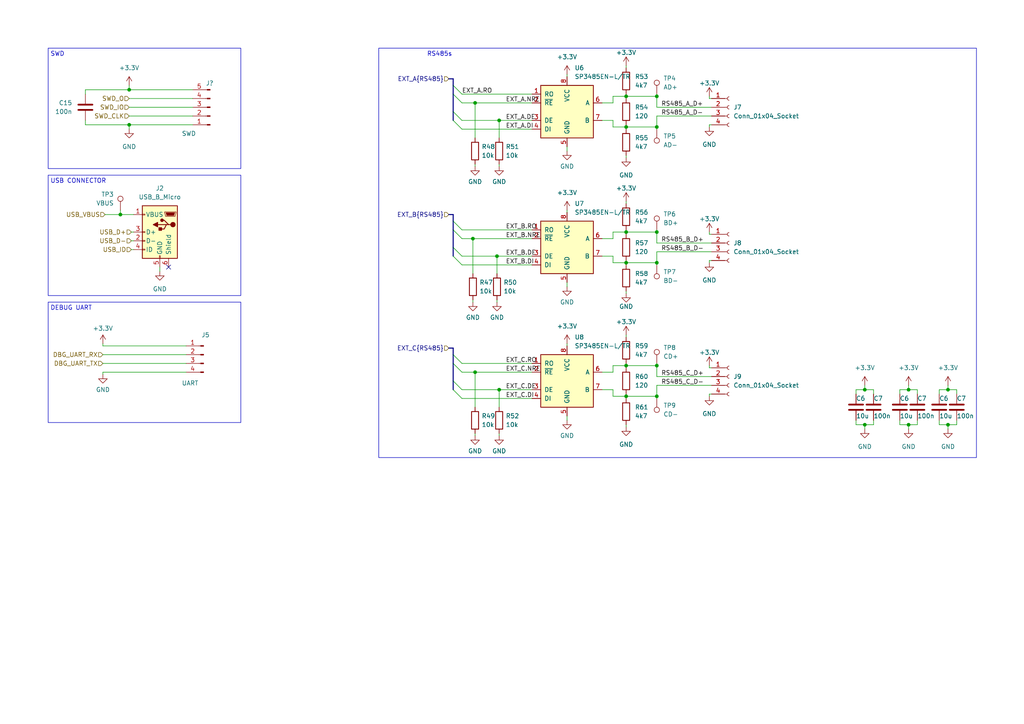
<source format=kicad_sch>
(kicad_sch (version 20230121) (generator eeschema)
  (paper "A4")
  (title_block (title "SBC Communications") (date "2023-10-30"))
  (lib_symbols
    (symbol "Connector:Conn_01x04_Pin" (pin_names (offset 1.016) hide)
      (property "Reference" "J" (at 0 5.08 0))
      (property "Value" "Conn_01x04_Pin" (at 0 -7.62 0))
      (symbol "Conn_01x04_Pin_1_1"
        (polyline (pts (xy 1.27 -5.08) (xy 0.8636 -5.08)) (stroke (width 0.1524)))
        (polyline (pts (xy 1.27 -2.54) (xy 0.8636 -2.54)) (stroke (width 0.1524)))
        (polyline (pts (xy 1.27 0) (xy 0.8636 0)) (stroke (width 0.1524)))
        (polyline (pts (xy 1.27 2.54) (xy 0.8636 2.54)) (stroke (width 0.1524)))
        (rectangle (start 0.8636 -4.953) (end 0 -5.207) (stroke (width 0.1524)) (fill (type outline)))
        (rectangle (start 0.8636 -2.413) (end 0 -2.667) (stroke (width 0.1524)) (fill (type outline)))
        (rectangle (start 0.8636 0.127) (end 0 -0.127) (stroke (width 0.1524)) (fill (type outline)))
        (rectangle (start 0.8636 2.667) (end 0 2.413) (stroke (width 0.1524)) (fill (type outline)))
        (pin passive line (at 5.08 2.54 180) (length 3.81) (name "Pin_1") (number "1"))
        (pin passive line (at 5.08 0 180) (length 3.81) (name "Pin_2") (number "2"))
        (pin passive line (at 5.08 -2.54 180) (length 3.81) (name "Pin_3") (number "3"))
        (pin passive line (at 5.08 -5.08 180) (length 3.81) (name "Pin_4") (number "4"))
      )
    )
    (symbol "Connector:Conn_01x04_Socket" (pin_names (offset 1.016) hide)
      (property "Reference" "J" (at 0 5.08 0))
      (property "Value" "Conn_01x04_Socket" (at 0 -7.62 0))
      (symbol "Conn_01x04_Socket_1_1"
        (arc (start 0 -4.572) (mid -0.5058 -5.08) (end 0 -5.588) (stroke (width 0.1524)))
        (arc (start 0 -2.032) (mid -0.5058 -2.54) (end 0 -3.048) (stroke (width 0.1524)))
        (polyline (pts (xy -1.27 -5.08) (xy -0.508 -5.08)) (stroke (width 0.1524)))
        (polyline (pts (xy -1.27 -2.54) (xy -0.508 -2.54)) (stroke (width 0.1524)))
        (polyline (pts (xy -1.27 0) (xy -0.508 0)) (stroke (width 0.1524)))
        (polyline (pts (xy -1.27 2.54) (xy -0.508 2.54)) (stroke (width 0.1524)))
        (arc (start 0 0.508) (mid -0.5058 0) (end 0 -0.508) (stroke (width 0.1524)))
        (arc (start 0 3.048) (mid -0.5058 2.54) (end 0 2.032) (stroke (width 0.1524)))
        (pin passive line (at -5.08 2.54 0) (length 3.81) (name "Pin_1") (number "1"))
        (pin passive line (at -5.08 0 0) (length 3.81) (name "Pin_2") (number "2"))
        (pin passive line (at -5.08 -2.54 0) (length 3.81) (name "Pin_3") (number "3"))
        (pin passive line (at -5.08 -5.08 0) (length 3.81) (name "Pin_4") (number "4"))
      )
    )
    (symbol "Connector:Conn_01x05_Pin" (pin_names (offset 1.016) hide)
      (property "Reference" "J" (at 0 7.62 0))
      (property "Value" "Conn_01x05_Pin" (at 0 -7.62 0))
      (symbol "Conn_01x05_Pin_1_1"
        (polyline (pts (xy 1.27 -5.08) (xy 0.8636 -5.08)) (stroke (width 0.1524)))
        (polyline (pts (xy 1.27 -2.54) (xy 0.8636 -2.54)) (stroke (width 0.1524)))
        (polyline (pts (xy 1.27 0) (xy 0.8636 0)) (stroke (width 0.1524)))
        (polyline (pts (xy 1.27 2.54) (xy 0.8636 2.54)) (stroke (width 0.1524)))
        (polyline (pts (xy 1.27 5.08) (xy 0.8636 5.08)) (stroke (width 0.1524)))
        (rectangle (start 0.8636 -4.953) (end 0 -5.207) (stroke (width 0.1524)) (fill (type outline)))
        (rectangle (start 0.8636 -2.413) (end 0 -2.667) (stroke (width 0.1524)) (fill (type outline)))
        (rectangle (start 0.8636 0.127) (end 0 -0.127) (stroke (width 0.1524)) (fill (type outline)))
        (rectangle (start 0.8636 2.667) (end 0 2.413) (stroke (width 0.1524)) (fill (type outline)))
        (rectangle (start 0.8636 5.207) (end 0 4.953) (stroke (width 0.1524)) (fill (type outline)))
        (pin passive line (at 5.08 5.08 180) (length 3.81) (name "Pin_1") (number "1"))
        (pin passive line (at 5.08 2.54 180) (length 3.81) (name "Pin_2") (number "2"))
        (pin passive line (at 5.08 0 180) (length 3.81) (name "Pin_3") (number "3"))
        (pin passive line (at 5.08 -2.54 180) (length 3.81) (name "Pin_4") (number "4"))
        (pin passive line (at 5.08 -5.08 180) (length 3.81) (name "Pin_5") (number "5"))
      )
    )
    (symbol "Connector:TestPoint" (pin_numbers hide) (pin_names (offset 0.762) hide)
      (property "Reference" "TP" (at 0 6.858 0))
      (property "Value" "TestPoint" (at 0 5.08 0))
      (symbol "TestPoint_0_1"
        (circle (center 0 3.302) (radius 0.762))
      )
      (symbol "TestPoint_1_1"
        (pin passive line (at 0 0 90) (length 2.54) (name "1") (number "1"))
      )
    )
    (symbol "Connector:USB_B_Micro" (pin_names (offset 1.016))
      (property "Reference" "J" (at -5.08 11.43 0))
      (property "Value" "USB_B_Micro" (at -5.08 8.89 0))
      (symbol "USB_B_Micro_0_1"
        (rectangle (start -5.08 -7.62) (end 5.08 7.62) (stroke (width 0.254)) (fill (type background)))
        (circle (center -3.81 2.159) (radius 0.635) (stroke (width 0.254)) (fill (type outline)))
        (circle (center -0.635 3.429) (radius 0.381) (stroke (width 0.254)) (fill (type outline)))
        (rectangle (start -0.127 -7.62) (end 0.127 -6.858))
        (polyline (pts (xy -1.905 2.159) (xy 0.635 2.159)) (stroke (width 0.254)))
        (polyline (pts (xy -3.175 2.159) (xy -2.54 2.159) (xy -1.27 3.429) (xy -0.635 3.429)) (stroke (width 0.254)))
        (polyline (pts (xy -2.54 2.159) (xy -1.905 2.159) (xy -1.27 0.889) (xy 0 0.889)) (stroke (width 0.254)))
        (polyline (pts (xy 0.635 2.794) (xy 0.635 1.524) (xy 1.905 2.159) (xy 0.635 2.794)) (stroke (width 0.254)) (fill (type outline)))
        (polyline (pts (xy -4.318 5.588) (xy -1.778 5.588) (xy -2.032 4.826) (xy -4.064 4.826) (xy -4.318 5.588)) (fill (type outline)))
        (polyline (pts (xy -4.699 5.842) (xy -4.699 5.588) (xy -4.445 4.826) (xy -4.445 4.572) (xy -1.651 4.572) (xy -1.651 4.826) (xy -1.397 5.588) (xy -1.397 5.842) (xy -4.699 5.842)))
        (rectangle (start 0.254 1.27) (end -0.508 0.508) (stroke (width 0.254)) (fill (type outline)))
        (rectangle (start 5.08 -5.207) (end 4.318 -4.953))
        (rectangle (start 5.08 -2.667) (end 4.318 -2.413))
        (rectangle (start 5.08 -0.127) (end 4.318 0.127))
        (rectangle (start 5.08 4.953) (end 4.318 5.207))
      )
      (symbol "USB_B_Micro_1_1"
        (pin power_out line (at 7.62 5.08 180) (length 2.54) (name "VBUS") (number "1"))
        (pin bidirectional line (at 7.62 -2.54 180) (length 2.54) (name "D-") (number "2"))
        (pin bidirectional line (at 7.62 0 180) (length 2.54) (name "D+") (number "3"))
        (pin passive line (at 7.62 -5.08 180) (length 2.54) (name "ID") (number "4"))
        (pin power_out line (at 0 -10.16 90) (length 2.54) (name "GND") (number "5"))
        (pin passive line (at -2.54 -10.16 90) (length 2.54) (name "Shield") (number "6"))
      )
    )
    (symbol "Device:C" (pin_numbers hide) (pin_names (offset 0.254))
      (property "Reference" "C" (at 0.635 2.54 0))
      (property "Value" "C" (at 0.635 -2.54 0))
      (symbol "C_0_1"
        (polyline (pts (xy -2.032 -0.762) (xy 2.032 -0.762)) (stroke (width 0.508)))
        (polyline (pts (xy -2.032 0.762) (xy 2.032 0.762)) (stroke (width 0.508)))
      )
      (symbol "C_1_1"
        (pin passive line (at 0 3.81 270) (length 2.794) (name "~") (number "1"))
        (pin passive line (at 0 -3.81 90) (length 2.794) (name "~") (number "2"))
      )
    )
    (symbol "Device:R" (pin_numbers hide) (pin_names (offset 0))
      (property "Reference" "R" (at 2.032 0 90))
      (property "Value" "R" (at 0 0 90))
      (symbol "R_0_1"
        (rectangle (start -1.016 -2.54) (end 1.016 2.54) (stroke (width 0.254)))
      )
      (symbol "R_1_1"
        (pin passive line (at 0 3.81 270) (length 1.27) (name "~") (number "1"))
        (pin passive line (at 0 -3.81 90) (length 1.27) (name "~") (number "2"))
      )
    )
    (symbol "Interface_UART:SP3485EN" (pin_names (offset 1.016))
      (property "Reference" "U" (at -7.62 8.89 0))
      (property "Value" "SP3485EN" (at 2.54 8.89 0))
      (symbol "SP3485EN_0_1"
        (rectangle (start -7.62 7.62) (end 7.62 -7.62) (stroke (width 0.254)) (fill (type background)))
      )
      (symbol "SP3485EN_1_1"
        (pin output line (at -10.16 5.08 0) (length 2.54) (name "RO") (number "1"))
        (pin input line (at -10.16 2.54 0) (length 2.54) (name "~{RE}") (number "2"))
        (pin input line (at -10.16 -2.54 0) (length 2.54) (name "DE") (number "3"))
        (pin input line (at -10.16 -5.08 0) (length 2.54) (name "DI") (number "4"))
        (pin power_in line (at 0 -10.16 90) (length 2.54) (name "GND") (number "5"))
        (pin bidirectional line (at 10.16 2.54 180) (length 2.54) (name "A") (number "6"))
        (pin bidirectional line (at 10.16 -2.54 180) (length 2.54) (name "B") (number "7"))
        (pin power_in line (at 0 10.16 270) (length 2.54) (name "VCC") (number "8"))
      )
    )
    (symbol "power:+3.3V" (power) (pin_names (offset 0))
      (property "Value" "+3.3V" (at 0 3.556 0))
      (symbol "+3.3V_0_1"
        (polyline (pts (xy -0.762 1.27) (xy 0 2.54)))
        (polyline (pts (xy 0 0) (xy 0 2.54)))
        (polyline (pts (xy 0 2.54) (xy 0.762 1.27)))
      )
      (symbol "+3.3V_1_1"
        (pin power_in line (at 0 0 90) (length 0) hide (name "+3.3V") (number "1"))
      )
    )
    (symbol "power:GND" (power) (pin_names (offset 0))
      (property "Value" "GND" (at 0 -3.81 0))
      (symbol "GND_0_1"
        (polyline (pts (xy 0 0) (xy 0 -1.27) (xy 1.27 -1.27) (xy 0 -2.54) (xy -1.27 -1.27) (xy 0 -1.27)))
      )
      (symbol "GND_1_1"
        (pin power_in line (at 0 0 270) (length 0) hide (name "GND") (number "1"))
      )
    )
  )
  (bus_alias "" (members))
  (bus_alias "RS485" (members "NRE" "RO" "DE" "DI"))
  (junction (at 250.825 113.03))
  (junction (at 137.795 29.845))
  (junction (at 190.5 106.045))
  (junction (at 190.5 67.31))
  (junction (at 144.78 34.925))
  (junction (at 144.78 113.03))
  (junction (at 263.525 113.03))
  (junction (at 37.465 36.195))
  (junction (at 181.61 36.83))
  (junction (at 181.61 114.935))
  (junction (at 190.5 27.94))
  (junction (at 250.825 123.19))
  (junction (at 190.5 76.2))
  (junction (at 190.5 36.83))
  (junction (at 274.955 113.03))
  (junction (at 181.61 106.045))
  (junction (at 263.525 123.19))
  (junction (at 181.61 27.94))
  (junction (at 37.465 26.035))
  (junction (at 144.145 74.295))
  (junction (at 181.61 76.2))
  (junction (at 190.5 114.935))
  (junction (at 137.16 69.215))
  (junction (at 137.795 107.95))
  (junction (at 34.925 62.23))
  (junction (at 181.61 67.31))
  (junction (at 274.955 123.19))
  (no_connect (at 48.895 77.47))
  (bus_entry (at 131.445 24.765) (size 2.54 2.54))
  (bus_entry (at 131.445 64.135) (size 2.54 2.54))
  (bus_entry (at 131.445 32.385) (size 2.54 2.54))
  (bus_entry (at 131.445 66.675) (size 2.54 2.54))
  (bus_entry (at 131.445 102.87) (size 2.54 2.54))
  (bus_entry (at 131.445 34.925) (size 2.54 2.54))
  (bus_entry (at 131.445 27.305) (size 2.54 2.54))
  (bus_entry (at 131.445 105.41) (size 2.54 2.54))
  (bus_entry (at 131.445 74.295) (size 2.54 2.54))
  (bus_entry (at 131.445 71.755) (size 2.54 2.54))
  (bus_entry (at 131.445 110.49) (size 2.54 2.54))
  (bus_entry (at 131.445 113.03) (size 2.54 2.54))
  (wire (pts (xy 133.985 113.03) (xy 144.78 113.03)))
  (wire (pts (xy 133.985 37.465) (xy 154.305 37.465)))
  (wire (pts (xy 181.61 114.935) (xy 181.61 115.57)))
  (wire (pts (xy 190.5 109.22) (xy 206.375 109.22)))
  (wire (pts (xy 177.8 113.03) (xy 177.8 114.935)))
  (wire (pts (xy 274.955 111.76) (xy 274.955 113.03)))
  (wire (pts (xy 133.985 34.925) (xy 144.78 34.925)))
  (wire (pts (xy 205.74 106.68) (xy 206.375 106.68)))
  (wire (pts (xy 29.845 105.41) (xy 53.975 105.41)))
  (wire (pts (xy 38.1 69.85) (xy 38.735 69.85)))
  (wire (pts (xy 260.985 123.19) (xy 263.525 123.19)))
  (wire (pts (xy 37.465 28.575) (xy 55.88 28.575)))
  (wire (pts (xy 190.5 114.935) (xy 190.5 111.76)))
  (wire (pts (xy 144.145 74.295) (xy 154.305 74.295)))
  (wire (pts (xy 181.61 67.31) (xy 190.5 67.31)))
  (bus (pts (xy 131.445 100.965) (xy 131.445 102.87)))
  (wire (pts (xy 277.495 113.03) (xy 277.495 114.3)))
  (wire (pts (xy 37.465 31.115) (xy 55.88 31.115)))
  (wire (pts (xy 174.625 29.845) (xy 177.8 29.845)))
  (wire (pts (xy 24.765 34.925) (xy 24.765 36.195)))
  (wire (pts (xy 205.74 67.945) (xy 206.375 67.945)))
  (bus (pts (xy 131.445 32.385) (xy 131.445 34.925)))
  (wire (pts (xy 250.825 124.46) (xy 250.825 123.19)))
  (wire (pts (xy 137.795 47.625) (xy 137.795 48.26)))
  (wire (pts (xy 29.845 107.95) (xy 53.975 107.95)))
  (bus (pts (xy 131.445 71.755) (xy 131.445 74.295)))
  (wire (pts (xy 205.74 28.575) (xy 206.375 28.575)))
  (wire (pts (xy 181.61 36.83) (xy 181.61 36.195)))
  (bus (pts (xy 131.445 24.765) (xy 131.445 27.305)))
  (wire (pts (xy 190.5 27.305) (xy 190.5 27.94)))
  (wire (pts (xy 37.465 36.195) (xy 24.765 36.195)))
  (bus (pts (xy 130.175 100.965) (xy 131.445 100.965)))
  (wire (pts (xy 181.61 76.2) (xy 190.5 76.2)))
  (wire (pts (xy 137.795 125.73) (xy 137.795 126.365)))
  (wire (pts (xy 133.985 74.295) (xy 144.145 74.295)))
  (wire (pts (xy 272.415 123.19) (xy 274.955 123.19)))
  (wire (pts (xy 29.845 100.33) (xy 29.845 99.695)))
  (wire (pts (xy 181.61 76.2) (xy 181.61 75.565)))
  (wire (pts (xy 205.74 36.83) (xy 205.74 36.195)))
  (wire (pts (xy 263.525 113.03) (xy 266.065 113.03)))
  (wire (pts (xy 274.955 123.19) (xy 277.495 123.19)))
  (wire (pts (xy 144.78 113.03) (xy 144.78 118.11)))
  (wire (pts (xy 133.985 27.305) (xy 154.305 27.305)))
  (wire (pts (xy 137.16 69.215) (xy 154.305 69.215)))
  (wire (pts (xy 164.465 99.695) (xy 164.465 100.33)))
  (wire (pts (xy 274.955 113.03) (xy 277.495 113.03)))
  (wire (pts (xy 133.985 76.835) (xy 154.305 76.835)))
  (bus (pts (xy 130.175 22.86) (xy 131.445 22.86)))
  (wire (pts (xy 181.61 67.31) (xy 181.61 67.945)))
  (wire (pts (xy 181.61 66.675) (xy 181.61 67.31)))
  (wire (pts (xy 181.61 106.045) (xy 181.61 106.68)))
  (wire (pts (xy 253.365 123.19) (xy 253.365 121.92)))
  (wire (pts (xy 205.74 67.31) (xy 205.74 67.945)))
  (wire (pts (xy 37.465 36.195) (xy 55.88 36.195)))
  (bus (pts (xy 131.445 102.87) (xy 131.445 105.41)))
  (wire (pts (xy 181.61 105.41) (xy 181.61 106.045)))
  (wire (pts (xy 260.985 114.3) (xy 260.985 113.03)))
  (wire (pts (xy 174.625 74.295) (xy 177.8 74.295)))
  (wire (pts (xy 205.74 106.045) (xy 205.74 106.68)))
  (wire (pts (xy 177.8 107.95) (xy 177.8 106.045)))
  (wire (pts (xy 177.8 29.845) (xy 177.8 27.94)))
  (wire (pts (xy 46.355 77.47) (xy 46.355 78.74)))
  (wire (pts (xy 205.74 76.2) (xy 205.74 75.565)))
  (bus (pts (xy 130.175 62.23) (xy 131.445 62.23)))
  (wire (pts (xy 29.845 100.33) (xy 53.975 100.33)))
  (wire (pts (xy 181.61 58.42) (xy 181.61 59.055)))
  (wire (pts (xy 133.985 66.675) (xy 154.305 66.675)))
  (wire (pts (xy 205.74 75.565) (xy 206.375 75.565)))
  (wire (pts (xy 137.16 86.995) (xy 137.16 87.63)))
  (wire (pts (xy 133.985 107.95) (xy 137.795 107.95)))
  (wire (pts (xy 190.5 73.025) (xy 206.375 73.025)))
  (wire (pts (xy 181.61 76.2) (xy 181.61 76.835)))
  (bus (pts (xy 131.445 27.305) (xy 131.445 32.385)))
  (wire (pts (xy 164.465 60.96) (xy 164.465 61.595)))
  (wire (pts (xy 137.795 29.845) (xy 137.795 40.005)))
  (wire (pts (xy 263.525 123.19) (xy 266.065 123.19)))
  (wire (pts (xy 133.985 115.57) (xy 154.305 115.57)))
  (wire (pts (xy 177.8 114.935) (xy 181.61 114.935)))
  (wire (pts (xy 181.61 114.935) (xy 181.61 114.3)))
  (wire (pts (xy 144.145 74.295) (xy 144.145 79.375)))
  (wire (pts (xy 137.795 29.845) (xy 154.305 29.845)))
  (wire (pts (xy 144.78 125.73) (xy 144.78 126.365)))
  (wire (pts (xy 34.925 62.23) (xy 38.735 62.23)))
  (wire (pts (xy 164.465 81.915) (xy 164.465 83.185)))
  (bus (pts (xy 131.445 64.135) (xy 131.445 66.675)))
  (wire (pts (xy 164.465 21.59) (xy 164.465 22.225)))
  (wire (pts (xy 144.78 47.625) (xy 144.78 48.26)))
  (wire (pts (xy 266.065 123.19) (xy 266.065 121.92)))
  (wire (pts (xy 250.825 123.19) (xy 253.365 123.19)))
  (wire (pts (xy 190.5 106.045) (xy 190.5 109.22)))
  (wire (pts (xy 190.5 67.31) (xy 190.5 70.485)))
  (bus (pts (xy 131.445 62.23) (xy 131.445 64.135)))
  (wire (pts (xy 181.61 114.935) (xy 190.5 114.935)))
  (wire (pts (xy 177.8 69.215) (xy 177.8 67.31)))
  (bus (pts (xy 131.445 105.41) (xy 131.445 110.49)))
  (wire (pts (xy 133.985 69.215) (xy 137.16 69.215)))
  (wire (pts (xy 174.625 69.215) (xy 177.8 69.215)))
  (wire (pts (xy 190.5 76.2) (xy 190.5 73.025)))
  (wire (pts (xy 250.825 111.76) (xy 250.825 113.03)))
  (wire (pts (xy 29.845 107.95) (xy 29.845 108.585)))
  (wire (pts (xy 190.5 105.41) (xy 190.5 106.045)))
  (wire (pts (xy 248.285 114.3) (xy 248.285 113.03)))
  (wire (pts (xy 181.61 106.045) (xy 190.5 106.045)))
  (wire (pts (xy 38.1 67.31) (xy 38.735 67.31)))
  (wire (pts (xy 144.78 34.925) (xy 144.78 40.005)))
  (wire (pts (xy 181.61 36.83) (xy 190.5 36.83)))
  (wire (pts (xy 137.16 69.215) (xy 137.16 79.375)))
  (bus (pts (xy 131.445 66.675) (xy 131.445 71.755)))
  (wire (pts (xy 181.61 84.455) (xy 181.61 85.09)))
  (wire (pts (xy 248.285 121.92) (xy 248.285 123.19)))
  (wire (pts (xy 190.5 114.935) (xy 190.5 115.57)))
  (wire (pts (xy 24.765 26.035) (xy 37.465 26.035)))
  (wire (pts (xy 263.525 111.76) (xy 263.525 113.03)))
  (wire (pts (xy 181.61 27.94) (xy 181.61 28.575)))
  (wire (pts (xy 174.625 113.03) (xy 177.8 113.03)))
  (wire (pts (xy 248.285 113.03) (xy 250.825 113.03)))
  (wire (pts (xy 260.985 113.03) (xy 263.525 113.03)))
  (wire (pts (xy 277.495 123.19) (xy 277.495 121.92)))
  (wire (pts (xy 181.61 97.155) (xy 181.61 97.79)))
  (bus (pts (xy 131.445 22.86) (xy 131.445 24.765)))
  (wire (pts (xy 133.985 29.845) (xy 137.795 29.845)))
  (wire (pts (xy 164.465 120.65) (xy 164.465 121.92)))
  (wire (pts (xy 177.8 34.925) (xy 177.8 36.83)))
  (wire (pts (xy 29.845 102.87) (xy 53.975 102.87)))
  (wire (pts (xy 38.1 72.39) (xy 38.735 72.39)))
  (wire (pts (xy 177.8 106.045) (xy 181.61 106.045)))
  (wire (pts (xy 205.74 36.195) (xy 206.375 36.195)))
  (wire (pts (xy 37.465 37.465) (xy 37.465 36.195)))
  (wire (pts (xy 190.5 76.2) (xy 190.5 76.835)))
  (wire (pts (xy 272.415 114.3) (xy 272.415 113.03)))
  (wire (pts (xy 177.8 76.2) (xy 181.61 76.2)))
  (wire (pts (xy 30.48 62.23) (xy 34.925 62.23)))
  (wire (pts (xy 181.61 45.085) (xy 181.61 45.72)))
  (wire (pts (xy 205.74 27.94) (xy 205.74 28.575)))
  (wire (pts (xy 205.74 114.3) (xy 206.375 114.3)))
  (bus (pts (xy 131.445 110.49) (xy 131.445 113.03)))
  (wire (pts (xy 205.74 114.935) (xy 205.74 114.3)))
  (wire (pts (xy 34.925 60.96) (xy 34.925 62.23)))
  (wire (pts (xy 181.61 19.05) (xy 181.61 19.685)))
  (wire (pts (xy 177.8 74.295) (xy 177.8 76.2)))
  (wire (pts (xy 274.955 124.46) (xy 274.955 123.19)))
  (wire (pts (xy 37.465 26.035) (xy 37.465 24.765)))
  (wire (pts (xy 137.795 107.95) (xy 137.795 118.11)))
  (wire (pts (xy 190.5 111.76) (xy 206.375 111.76)))
  (wire (pts (xy 190.5 66.675) (xy 190.5 67.31)))
  (wire (pts (xy 181.61 123.19) (xy 181.61 123.825)))
  (wire (pts (xy 55.88 26.035) (xy 37.465 26.035)))
  (wire (pts (xy 260.985 121.92) (xy 260.985 123.19)))
  (wire (pts (xy 190.5 36.83) (xy 190.5 37.465)))
  (wire (pts (xy 144.78 113.03) (xy 154.305 113.03)))
  (wire (pts (xy 272.415 121.92) (xy 272.415 123.19)))
  (wire (pts (xy 144.145 86.995) (xy 144.145 87.63)))
  (wire (pts (xy 181.61 27.94) (xy 190.5 27.94)))
  (wire (pts (xy 177.8 36.83) (xy 181.61 36.83)))
  (wire (pts (xy 248.285 123.19) (xy 250.825 123.19)))
  (wire (pts (xy 37.465 33.655) (xy 55.88 33.655)))
  (wire (pts (xy 190.5 31.115) (xy 206.375 31.115)))
  (wire (pts (xy 266.065 113.03) (xy 266.065 114.3)))
  (wire (pts (xy 190.5 27.94) (xy 190.5 31.115)))
  (wire (pts (xy 181.61 27.305) (xy 181.61 27.94)))
  (wire (pts (xy 253.365 113.03) (xy 253.365 114.3)))
  (wire (pts (xy 177.8 27.94) (xy 181.61 27.94)))
  (wire (pts (xy 137.795 107.95) (xy 154.305 107.95)))
  (wire (pts (xy 133.985 105.41) (xy 154.305 105.41)))
  (wire (pts (xy 164.465 42.545) (xy 164.465 43.815)))
  (wire (pts (xy 190.5 36.83) (xy 190.5 33.655)))
  (wire (pts (xy 181.61 36.83) (xy 181.61 37.465)))
  (wire (pts (xy 24.765 27.305) (xy 24.765 26.035)))
  (wire (pts (xy 250.825 113.03) (xy 253.365 113.03)))
  (wire (pts (xy 144.78 34.925) (xy 154.305 34.925)))
  (wire (pts (xy 272.415 113.03) (xy 274.955 113.03)))
  (wire (pts (xy 190.5 70.485) (xy 206.375 70.485)))
  (wire (pts (xy 177.8 67.31) (xy 181.61 67.31)))
  (wire (pts (xy 174.625 34.925) (xy 177.8 34.925)))
  (wire (pts (xy 174.625 107.95) (xy 177.8 107.95)))
  (wire (pts (xy 190.5 33.655) (xy 206.375 33.655)))
  (wire (pts (xy 263.525 124.46) (xy 263.525 123.19)))
  (rectangle (start 13.97 13.97) (end 69.85 48.895))
  (rectangle (start 13.97 50.8) (end 69.85 85.725))
  (rectangle (start 109.855 13.97) (end 283.21 132.715))
  (rectangle (start 13.97 87.63) (end 69.85 122.555))
  (text "USB CONNECTOR" (at 14.605 53.34 0) (effects (font (size 1.27 1.27)) (justify left bottom)))
  (text "SWD" (at 14.605 16.51 0) (effects (font (size 1.27 1.27)) (justify left bottom)))
  (text "DEBUG UART" (at 14.605 90.17 0) (effects (font (size 1.27 1.27)) (justify left bottom)))
  (text "RS485s" (at 123.825 16.51 0) (effects (font (size 1.27 1.27)) (justify left bottom)))
  (label "RS485_C_D-" (at 191.77 111.76 0))
  (label "RS485_B_D-" (at 191.77 73.025 0))
  (label "EXT_C.DI" (at 146.685 115.57 0))
  (label "EXT_C.NRE" (at 146.685 107.95 0))
  (label "EXT_C.DE" (at 146.685 113.03 0))
  (label "EXT_A.DI" (at 146.685 37.465 0))
  (label "EXT_B.RO" (at 146.685 66.675 0))
  (label "EXT_C.RO" (at 146.685 105.41 0))
  (label "EXT_B.NRE" (at 146.685 69.215 0))
  (label "EXT_B.DE" (at 146.685 74.295 0))
  (label "EXT_A.RO" (at 133.985 27.305 0))
  (label "RS485_A_D-" (at 191.77 33.655 0))
  (label "EXT_A.DE" (at 146.685 34.925 0))
  (label "RS485_A_D+" (at 191.77 31.115 0))
  (label "EXT_A.NRE" (at 146.685 29.845 0))
  (label "EXT_B.DI" (at 146.685 76.835 0))
  (label "RS485_B_D+" (at 191.77 70.485 0))
  (label "RS485_C_D+" (at 191.77 109.22 0))
  (hierarchical_label "EXT_B{RS485}" (shape input) (at 130.175 62.23 180))
  (hierarchical_label "USB_VBUS" (shape input) (at 30.48 62.23 180))
  (hierarchical_label "USB_D-" (shape input) (at 38.1 69.85 180))
  (hierarchical_label "EXT_A{RS485}" (shape input) (at 130.175 22.86 180))
  (hierarchical_label "USB_ID" (shape input) (at 38.1 72.39 180))
  (hierarchical_label "USB_D+" (shape input) (at 38.1 67.31 180))
  (hierarchical_label "DBG_UART_RX" (shape input) (at 29.845 102.87 180))
  (hierarchical_label "SWD_IO" (shape input) (at 37.465 31.115 180))
  (hierarchical_label "EXT_C{RS485}" (shape input) (at 130.175 100.965 180))
  (hierarchical_label "SWD_O" (shape input) (at 37.465 28.575 180))
  (hierarchical_label "DBG_UART_TX" (shape input) (at 29.845 105.41 180))
  (hierarchical_label "SWD_CLK" (shape input) (at 37.465 33.655 180))
  (symbol (lib_id "power:GND") (at 137.795 126.365 0) (unit 1)
    (property "Reference" "#PWR074" (effects hide))
    (property "Value" "GND" (at 137.795 130.81 0))
  )
  (symbol (lib_id "Connector:TestPoint") (at 190.5 115.57 180) (unit 1)
    (property "Reference" "TP9" (at 192.405 117.602 0) (effects (justify right)))
    (property "Value" "CD-" (at 192.405 120.142 0) (effects (justify right)))
    (property "Footprint" "sbc:MyTP" (effects hide))
  )
  (symbol (lib_id "power:+3.3V") (at 181.61 97.155 0) (unit 1)
    (property "Reference" "#PWR088" (effects hide))
    (property "Value" "+3.3V" (at 181.61 93.345 0))
  )
  (symbol (lib_id "power:+3.3V") (at 205.74 106.045 0) (unit 1)
    (property "Reference" "#PWR094" (effects hide))
    (property "Value" "+3.3V" (at 205.74 102.235 0))
  )
  (symbol (lib_id "Connector:TestPoint") (at 190.5 76.835 180) (unit 1)
    (property "Reference" "TP7" (at 192.405 78.867 0) (effects (justify right)))
    (property "Value" "BD-" (at 192.405 81.407 0) (effects (justify right)))
    (property "Footprint" "sbc:MyTP" (effects hide))
  )
  (symbol (lib_id "power:+3.3V") (at 164.465 21.59 0) (unit 1)
    (property "Reference" "#PWR078" (effects hide))
    (property "Value" "+3.3V" (at 164.465 16.51 0))
  )
  (symbol (lib_id "power:GND") (at 205.74 36.83 0) (unit 1)
    (property "Reference" "#PWR091" (effects hide))
    (property "Value" "GND" (at 205.74 41.91 0))
  )
  (symbol (lib_id "power:+3.3V") (at 274.955 111.76 0) (unit 1)
    (property "Reference" "#PWR011" (effects hide))
    (property "Value" "+3.3V" (at 274.955 106.68 0))
    (instances (project "sbc3_pcb" (path "" (reference "#PWR011") (unit 1)) (path "" (reference "#PWR0102") (unit 1)) (path "" (reference "#PWR0100") (unit 1))))
  )
  (symbol (lib_id "Device:C") (at 260.985 118.11 0) (unit 1)
    (property "Reference" "C6" (at 260.985 115.57 0) (effects (justify left)))
    (property "Value" "10u" (at 260.985 120.65 0) (effects (justify left)))
    (property "Footprint" "Capacitor_SMD:C_0603_1608Metric" (effects hide))
    (property "Part Name" "CL10A106MA8NRNC" (effects hide))
    (property "LCSC" "C96446" (effects hide))
    (instances (project "sbc3_pcb" (path "" (reference "C6") (unit 1)) (path "" (reference "C?") (unit 1)) (path "" (reference "C32") (unit 1))))
  )
  (symbol (lib_id "Device:R") (at 137.795 43.815 0) (unit 1)
    (property "Reference" "R48" (at 139.7 42.545 0) (effects (justify left)))
    (property "Value" "10k" (at 139.7 45.085 0) (effects (justify left)))
    (property "Footprint" "Resistor_SMD:R_0402_1005Metric" (effects hide))
    (property "Part Name" "0402WGF1002TCE" (effects hide))
    (property "LCSC" "C25744" (effects hide))
  )
  (symbol (lib_id "Device:R") (at 181.61 110.49 0) (unit 1)
    (property "Reference" "R60" (at 184.15 109.22 0) (effects (justify left)))
    (property "Value" "120" (at 184.15 111.76 0) (effects (justify left)))
    (property "Footprint" "Resistor_SMD:R_1206_3216Metric" (effects hide))
    (property "Part Name" "1206W4F1200T5E" (effects hide))
    (property "LCSC" "C17909" (effects hide))
  )
  (symbol (lib_id "power:GND") (at 164.465 83.185 0) (unit 1)
    (property "Reference" "#PWR081" (effects hide))
    (property "Value" "GND" (at 164.465 87.63 0))
  )
  (symbol (lib_id "power:GND") (at 29.845 108.585 0) (unit 1)
    (property "Reference" "#PWR068" (effects hide))
    (property "Value" "GND" (at 29.845 113.03 0))
  )
  (symbol (lib_id "power:GND") (at 250.825 124.46 0) (unit 1)
    (property "Reference" "#PWR012" (effects hide))
    (property "Value" "GND" (at 250.825 129.54 0))
    (instances (project "sbc3_pcb" (path "" (reference "#PWR012") (unit 1)) (path "" (reference "#PWR0103") (unit 1)) (path "" (reference "#PWR097") (unit 1))))
  )
  (symbol (lib_id "power:GND") (at 205.74 76.2 0) (unit 1)
    (property "Reference" "#PWR093" (effects hide))
    (property "Value" "GND" (at 205.74 81.28 0))
  )
  (symbol (lib_id "power:GND") (at 137.795 48.26 0) (unit 1)
    (property "Reference" "#PWR073" (effects hide))
    (property "Value" "GND" (at 137.795 52.705 0))
  )
  (symbol (lib_id "Connector:TestPoint") (at 190.5 37.465 180) (unit 1)
    (property "Reference" "TP5" (at 192.405 39.497 0) (effects (justify right)))
    (property "Value" "AD-" (at 192.405 42.037 0) (effects (justify right)))
    (property "Footprint" "sbc:MyTP" (effects hide))
  )
  (symbol (lib_id "Device:C") (at 248.285 118.11 0) (unit 1)
    (property "Reference" "C6" (at 248.285 115.57 0) (effects (justify left)))
    (property "Value" "10u" (at 248.285 120.65 0) (effects (justify left)))
    (property "Footprint" "Capacitor_SMD:C_0603_1608Metric" (effects hide))
    (property "Part Name" "CL10A106MA8NRNC" (effects hide))
    (property "LCSC" "C96446" (effects hide))
    (instances (project "sbc3_pcb" (path "" (reference "C6") (unit 1)) (path "" (reference "C?") (unit 1)) (path "" (reference "C30") (unit 1))))
  )
  (symbol (lib_id "power:GND") (at 37.465 37.465 0) (mirror y) (unit 1)
    (property "Reference" "#PWR025" (effects hide))
    (property "Value" "GND" (at 37.465 42.545 0))
    (instances (project "sbc3_pcb" (path "" (reference "#PWR025") (unit 1)) (path "" (reference "#PWR070") (unit 1))))
  )
  (symbol (lib_id "Connector:Conn_01x05_Pin") (at 60.96 31.115 180) (unit 1)
    (property "Reference" "J?" (at 59.69 24.13 0) (effects (justify right)))
    (property "Value" "SWD" (at 52.705 38.735 0) (effects (justify right)))
    (property "Footprint" "Connector_PinHeader_2.54mm:PinHeader_1x05_P2.54mm_Vertical" (effects hide))
    (instances (project "sbc3_pcb" (path "" (reference "J?") (unit 1)) (path "" (reference "J6") (unit 1))))
  )
  (symbol (lib_id "Connector:TestPoint") (at 190.5 27.305 0) (unit 1)
    (property "Reference" "TP4" (at 192.405 22.733 0) (effects (justify left)))
    (property "Value" "AD+" (at 192.405 25.273 0) (effects (justify left)))
    (property "Footprint" "sbc:MyTP" (effects hide))
  )
  (symbol (lib_id "power:+3.3V") (at 263.525 111.76 0) (unit 1)
    (property "Reference" "#PWR011" (effects hide))
    (property "Value" "+3.3V" (at 263.525 106.68 0))
    (instances (project "sbc3_pcb" (path "" (reference "#PWR011") (unit 1)) (path "" (reference "#PWR0102") (unit 1)) (path "" (reference "#PWR098") (unit 1))))
  )
  (symbol (lib_id "Device:R") (at 137.795 121.92 0) (unit 1)
    (property "Reference" "R49" (at 139.7 120.65 0) (effects (justify left)))
    (property "Value" "10k" (at 139.7 123.19 0) (effects (justify left)))
    (property "Footprint" "Resistor_SMD:R_0402_1005Metric" (effects hide))
    (property "Part Name" "0402WGF1002TCE" (effects hide))
    (property "LCSC" "C25744" (effects hide))
  )
  (symbol (lib_id "power:+3.3V") (at 37.465 24.765 0) (mirror y) (unit 1)
    (property "Reference" "#PWR024" (effects hide))
    (property "Value" "+3.3V" (at 37.465 19.685 0))
    (instances (project "sbc3_pcb" (path "" (reference "#PWR024") (unit 1)) (path "" (reference "#PWR069") (unit 1))))
  )
  (symbol (lib_id "Device:C") (at 266.065 118.11 0) (unit 1)
    (property "Reference" "C7" (at 266.065 115.57 0) (effects (justify left)))
    (property "Value" "100n" (at 266.065 120.65 0) (effects (justify left)))
    (property "Footprint" "Capacitor_SMD:C_0402_1005Metric" (effects hide))
    (property "Part Name" "CL05B104KO5NNNC" (effects hide))
    (property "LCSC" "C1525" (effects hide))
    (instances (project "sbc3_pcb" (path "" (reference "C7") (unit 1)) (path "" (reference "C?") (unit 1)) (path "" (reference "C33") (unit 1))))
  )
  (symbol (lib_id "Device:C") (at 272.415 118.11 0) (unit 1)
    (property "Reference" "C6" (at 272.415 115.57 0) (effects (justify left)))
    (property "Value" "10u" (at 272.415 120.65 0) (effects (justify left)))
    (property "Footprint" "Capacitor_SMD:C_0603_1608Metric" (effects hide))
    (property "Part Name" "CL10A106MA8NRNC" (effects hide))
    (property "LCSC" "C96446" (effects hide))
    (instances (project "sbc3_pcb" (path "" (reference "C6") (unit 1)) (path "" (reference "C?") (unit 1)) (path "" (reference "C34") (unit 1))))
  )
  (symbol (lib_id "Interface_UART:SP3485EN") (at 164.465 71.755 0) (unit 1)
    (property "Reference" "U7" (at 166.6591 59.055 0) (effects (justify left)))
    (property "Value" "SP3485EN-L/TR" (at 166.6591 61.595 0) (effects (justify left)))
    (property "Footprint" "Package_SO:SOIC-8_3.9x4.9mm_P1.27mm" (effects hide))
    (property "Datasheet" "http://www.icbase.com/pdf/SPX/SPX00480106.pdf" (effects hide))
    (property "Part Name" "SP3485EN-L/TR" (effects hide))
    (property "LCSC" "C8963" (effects hide))
  )
  (symbol (lib_id "Device:R") (at 181.61 32.385 0) (unit 1)
    (property "Reference" "R54" (at 184.15 31.115 0) (effects (justify left)))
    (property "Value" "120" (at 184.15 33.655 0) (effects (justify left)))
    (property "Footprint" "Resistor_SMD:R_1206_3216Metric" (effects hide))
    (property "Part Name" "1206W4F1200T5E" (effects hide))
    (property "LCSC" "C17909" (effects hide))
  )
  (symbol (lib_id "power:GND") (at 137.16 87.63 0) (unit 1)
    (property "Reference" "#PWR072" (effects hide))
    (property "Value" "GND" (at 137.16 92.075 0))
  )
  (symbol (lib_id "power:+3.3V") (at 250.825 111.76 0) (unit 1)
    (property "Reference" "#PWR011" (effects hide))
    (property "Value" "+3.3V" (at 250.825 106.68 0))
    (instances (project "sbc3_pcb" (path "" (reference "#PWR011") (unit 1)) (path "" (reference "#PWR0102") (unit 1)) (path "" (reference "#PWR096") (unit 1))))
  )
  (symbol (lib_id "power:GND") (at 181.61 123.825 0) (unit 1)
    (property "Reference" "#PWR089" (effects hide))
    (property "Value" "GND" (at 181.61 128.905 0))
  )
  (symbol (lib_id "power:GND") (at 144.78 126.365 0) (unit 1)
    (property "Reference" "#PWR077" (effects hide))
    (property "Value" "GND" (at 144.78 130.81 0))
  )
  (symbol (lib_id "Connector:Conn_01x04_Socket") (at 211.455 109.22 0) (unit 1)
    (property "Reference" "J9" (at 212.725 109.22 0) (effects (justify left)))
    (property "Value" "Conn_01x04_Socket" (at 212.725 111.76 0) (effects (justify left)))
    (property "Footprint" "Connector_JST:JST_SH_SM04B-SRSS-TB_1x04-1MP_P1.00mm_Horizontal" (effects hide))
  )
  (symbol (lib_id "power:GND") (at 164.465 121.92 0) (unit 1)
    (property "Reference" "#PWR083" (effects hide))
    (property "Value" "GND" (at 164.465 126.365 0))
  )
  (symbol (lib_id "Device:C") (at 24.765 31.115 0) (mirror y) (unit 1)
    (property "Reference" "C15" (at 20.955 29.845 0) (effects (justify left)))
    (property "Value" "100n" (at 20.955 32.385 0) (effects (justify left)))
    (property "Footprint" "Capacitor_SMD:C_0402_1005Metric" (effects hide))
    (property "Part Name" "CL05B104KO5NNNC" (effects hide))
    (property "LCSC" "C1525" (effects hide))
    (instances (project "sbc3_pcb" (path "" (reference "C15") (unit 1)) (path "" (reference "C29") (unit 1))))
  )
  (symbol (lib_id "Connector:Conn_01x04_Socket") (at 211.455 31.115 0) (unit 1)
    (property "Reference" "J7" (at 212.725 31.115 0) (effects (justify left)))
    (property "Value" "Conn_01x04_Socket" (at 212.725 33.655 0) (effects (justify left)))
    (property "Footprint" "Connector_JST:JST_SH_SM04B-SRSS-TB_1x04-1MP_P1.00mm_Horizontal" (effects hide))
  )
  (symbol (lib_id "Device:R") (at 137.16 83.185 0) (unit 1)
    (property "Reference" "R47" (at 139.065 81.915 0) (effects (justify left)))
    (property "Value" "10k" (at 139.065 84.455 0) (effects (justify left)))
    (property "Footprint" "Resistor_SMD:R_0402_1005Metric" (effects hide))
    (property "Part Name" "0402WGF1002TCE" (effects hide))
    (property "LCSC" "C25744" (effects hide))
  )
  (symbol (lib_id "Device:R") (at 181.61 71.755 0) (unit 1)
    (property "Reference" "R57" (at 184.15 70.485 0) (effects (justify left)))
    (property "Value" "120" (at 184.15 73.025 0) (effects (justify left)))
    (property "Footprint" "Resistor_SMD:R_1206_3216Metric" (effects hide))
    (property "Part Name" "1206W4F1200T5E" (effects hide))
    (property "LCSC" "C17909" (effects hide))
  )
  (symbol (lib_id "power:GND") (at 181.61 85.09 0) (unit 1)
    (property "Reference" "#PWR087" (effects hide))
    (property "Value" "GND" (at 181.61 88.9 0))
  )
  (symbol (lib_id "power:+3.3V") (at 205.74 27.94 0) (unit 1)
    (property "Reference" "#PWR090" (effects hide))
    (property "Value" "+3.3V" (at 205.74 24.13 0))
  )
  (symbol (lib_id "Connector:TestPoint") (at 190.5 105.41 0) (unit 1)
    (property "Reference" "TP8" (at 192.405 100.838 0) (effects (justify left)))
    (property "Value" "CD+" (at 192.405 103.378 0) (effects (justify left)))
    (property "Footprint" "sbc:MyTP" (effects hide))
  )
  (symbol (lib_id "power:+3.3V") (at 164.465 99.695 0) (unit 1)
    (property "Reference" "#PWR082" (effects hide))
    (property "Value" "+3.3V" (at 164.465 94.615 0))
  )
  (symbol (lib_id "power:+3.3V") (at 181.61 58.42 0) (unit 1)
    (property "Reference" "#PWR086" (effects hide))
    (property "Value" "+3.3V" (at 181.61 54.61 0))
  )
  (symbol (lib_id "power:GND") (at 144.78 48.26 0) (unit 1)
    (property "Reference" "#PWR076" (effects hide))
    (property "Value" "GND" (at 144.78 52.705 0))
  )
  (symbol (lib_id "Interface_UART:SP3485EN") (at 164.465 110.49 0) (unit 1)
    (property "Reference" "U8" (at 166.6591 97.79 0) (effects (justify left)))
    (property "Value" "SP3485EN-L/TR" (at 166.6591 100.33 0) (effects (justify left)))
    (property "Footprint" "Package_SO:SOIC-8_3.9x4.9mm_P1.27mm" (effects hide))
    (property "Datasheet" "http://www.icbase.com/pdf/SPX/SPX00480106.pdf" (effects hide))
    (property "Part Name" "SP3485EN-L/TR" (effects hide))
    (property "LCSC" "C8963" (effects hide))
  )
  (symbol (lib_id "Device:R") (at 181.61 62.865 0) (unit 1)
    (property "Reference" "R56" (at 184.15 61.595 0) (effects (justify left)))
    (property "Value" "4k7" (at 184.15 64.135 0) (effects (justify left)))
    (property "Footprint" "Resistor_SMD:R_0805_2012Metric" (effects hide))
    (property "Part Name" "0805W8F4701T5E" (effects hide))
    (property "LCSC" "C17673" (effects hide))
  )
  (symbol (lib_id "power:GND") (at 164.465 43.815 0) (unit 1)
    (property "Reference" "#PWR079" (effects hide))
    (property "Value" "GND" (at 164.465 48.26 0))
  )
  (symbol (lib_id "power:+3.3V") (at 181.61 19.05 0) (unit 1)
    (property "Reference" "#PWR084" (effects hide))
    (property "Value" "+3.3V" (at 181.61 15.24 0))
  )
  (symbol (lib_id "power:+3.3V") (at 205.74 67.31 0) (unit 1)
    (property "Reference" "#PWR092" (effects hide))
    (property "Value" "+3.3V" (at 205.74 63.5 0))
  )
  (symbol (lib_id "Device:C") (at 253.365 118.11 0) (unit 1)
    (property "Reference" "C7" (at 253.365 115.57 0) (effects (justify left)))
    (property "Value" "100n" (at 253.365 120.65 0) (effects (justify left)))
    (property "Footprint" "Capacitor_SMD:C_0402_1005Metric" (effects hide))
    (property "Part Name" "CL05B104KO5NNNC" (effects hide))
    (property "LCSC" "C1525" (effects hide))
    (instances (project "sbc3_pcb" (path "" (reference "C7") (unit 1)) (path "" (reference "C?") (unit 1)) (path "" (reference "C31") (unit 1))))
  )
  (symbol (lib_id "power:GND") (at 274.955 124.46 0) (unit 1)
    (property "Reference" "#PWR012" (effects hide))
    (property "Value" "GND" (at 274.955 129.54 0))
    (instances (project "sbc3_pcb" (path "" (reference "#PWR012") (unit 1)) (path "" (reference "#PWR0103") (unit 1)) (path "" (reference "#PWR0101") (unit 1))))
  )
  (symbol (lib_id "Connector:TestPoint") (at 190.5 66.675 0) (unit 1)
    (property "Reference" "TP6" (at 192.405 62.103 0) (effects (justify left)))
    (property "Value" "BD+" (at 192.405 64.643 0) (effects (justify left)))
    (property "Footprint" "sbc:MyTP" (effects hide))
  )
  (symbol (lib_id "power:GND") (at 144.145 87.63 0) (unit 1)
    (property "Reference" "#PWR075" (effects hide))
    (property "Value" "GND" (at 144.145 92.075 0))
  )
  (symbol (lib_id "Device:R") (at 181.61 23.495 0) (unit 1)
    (property "Reference" "R53" (at 184.15 22.225 0) (effects (justify left)))
    (property "Value" "4k7" (at 184.15 24.765 0) (effects (justify left)))
    (property "Footprint" "Resistor_SMD:R_0805_2012Metric" (effects hide))
    (property "Part Name" "0805W8F4701T5E" (effects hide))
    (property "LCSC" "C17673" (effects hide))
  )
  (symbol (lib_id "Device:R") (at 181.61 41.275 0) (unit 1)
    (property "Reference" "R55" (at 184.15 40.005 0) (effects (justify left)))
    (property "Value" "4k7" (at 184.15 42.545 0) (effects (justify left)))
    (property "Footprint" "Resistor_SMD:R_0805_2012Metric" (effects hide))
    (property "Part Name" "0805W8F4701T5E" (effects hide))
    (property "LCSC" "C17673" (effects hide))
  )
  (symbol (lib_id "Device:R") (at 181.61 119.38 0) (unit 1)
    (property "Reference" "R61" (at 184.15 118.11 0) (effects (justify left)))
    (property "Value" "4k7" (at 184.15 120.65 0) (effects (justify left)))
    (property "Footprint" "Resistor_SMD:R_0805_2012Metric" (effects hide))
    (property "Part Name" "0805W8F4701T5E" (effects hide))
    (property "LCSC" "C17673" (effects hide))
  )
  (symbol (lib_id "Device:R") (at 181.61 80.645 0) (unit 1)
    (property "Reference" "R58" (at 184.15 79.375 0) (effects (justify left)))
    (property "Value" "4k7" (at 184.15 81.915 0) (effects (justify left)))
    (property "Footprint" "Resistor_SMD:R_0805_2012Metric" (effects hide))
    (property "Part Name" "0805W8F4701T5E" (effects hide))
    (property "LCSC" "C17673" (effects hide))
  )
  (symbol (lib_id "power:GND") (at 263.525 124.46 0) (unit 1)
    (property "Reference" "#PWR012" (effects hide))
    (property "Value" "GND" (at 263.525 129.54 0))
    (instances (project "sbc3_pcb" (path "" (reference "#PWR012") (unit 1)) (path "" (reference "#PWR0103") (unit 1)) (path "" (reference "#PWR099") (unit 1))))
  )
  (symbol (lib_id "power:+3.3V") (at 164.465 60.96 0) (unit 1)
    (property "Reference" "#PWR080" (effects hide))
    (property "Value" "+3.3V" (at 164.465 55.88 0))
  )
  (symbol (lib_id "Device:R") (at 181.61 101.6 0) (unit 1)
    (property "Reference" "R59" (at 184.15 100.33 0) (effects (justify left)))
    (property "Value" "4k7" (at 184.15 102.87 0) (effects (justify left)))
    (property "Footprint" "Resistor_SMD:R_0805_2012Metric" (effects hide))
    (property "Part Name" "0805W8F4701T5E" (effects hide))
    (property "LCSC" "C17673" (effects hide))
  )
  (symbol (lib_id "Connector:USB_B_Micro") (at 46.355 67.31 0) (mirror y) (unit 1)
    (property "Reference" "J2" (at 46.355 54.61 0))
    (property "Value" "USB_B_Micro" (at 46.355 57.15 0))
    (property "Footprint" "Connector_USB:USB_Micro-AB_Molex_47590-0001" (effects hide))
    (property "Part Name" "475900001 (Molex)" (effects hide))
    (property "LCSC" "C136001" (effects hide))
    (instances (project "sbc3_pcb" (path "" (reference "J2") (unit 1)) (path "" (reference "J4") (unit 1))))
  )
  (symbol (lib_id "Connector:Conn_01x04_Pin") (at 59.055 102.87 0) (mirror y) (unit 1)
    (property "Reference" "J5" (at 58.42 97.155 0) (effects (justify right)))
    (property "Value" "UART" (at 52.705 111.125 0) (effects (justify right)))
    (property "Footprint" "Connector_PinHeader_2.54mm:PinHeader_1x04_P2.54mm_Vertical" (effects hide))
  )
  (symbol (lib_id "Device:C") (at 277.495 118.11 0) (unit 1)
    (property "Reference" "C7" (at 277.495 115.57 0) (effects (justify left)))
    (property "Value" "100n" (at 277.495 120.65 0) (effects (justify left)))
    (property "Footprint" "Capacitor_SMD:C_0402_1005Metric" (effects hide))
    (property "Part Name" "CL05B104KO5NNNC" (effects hide))
    (property "LCSC" "C1525" (effects hide))
    (instances (project "sbc3_pcb" (path "" (reference "C7") (unit 1)) (path "" (reference "C?") (unit 1)) (path "" (reference "C35") (unit 1))))
  )
  (symbol (lib_id "power:GND") (at 46.355 78.74 0) (mirror y) (unit 1)
    (property "Reference" "#PWR023" (effects hide))
    (property "Value" "GND" (at 46.355 83.82 0))
    (instances (project "sbc3_pcb" (path "" (reference "#PWR023") (unit 1)) (path "" (reference "#PWR071") (unit 1))))
  )
  (symbol (lib_id "power:GND") (at 181.61 45.72 0) (unit 1)
    (property "Reference" "#PWR085" (effects hide))
    (property "Value" "GND" (at 181.61 50.8 0))
  )
  (symbol (lib_id "Connector:TestPoint") (at 34.925 60.96 0) (mirror y) (unit 1)
    (property "Reference" "TP3" (at 33.02 56.388 0) (effects (justify left)))
    (property "Value" "VBUS" (at 33.02 58.928 0) (effects (justify left)))
    (property "Footprint" "sbc:MyTP" (effects hide))
  )
  (symbol (lib_id "Connector:Conn_01x04_Socket") (at 211.455 70.485 0) (unit 1)
    (property "Reference" "J8" (at 212.725 70.485 0) (effects (justify left)))
    (property "Value" "Conn_01x04_Socket" (at 212.725 73.025 0) (effects (justify left)))
    (property "Footprint" "Connector_JST:JST_SH_SM04B-SRSS-TB_1x04-1MP_P1.00mm_Horizontal" (effects hide))
  )
  (symbol (lib_id "Device:R") (at 144.145 83.185 0) (unit 1)
    (property "Reference" "R50" (at 146.05 81.915 0) (effects (justify left)))
    (property "Value" "10k" (at 146.05 84.455 0) (effects (justify left)))
    (property "Footprint" "Resistor_SMD:R_0402_1005Metric" (effects hide))
    (property "Part Name" "0402WGF1002TCE" (effects hide))
    (property "LCSC" "C25744" (effects hide))
  )
  (symbol (lib_id "power:GND") (at 205.74 114.935 0) (unit 1)
    (property "Reference" "#PWR095" (effects hide))
    (property "Value" "GND" (at 205.74 120.015 0))
  )
  (symbol (lib_id "Device:R") (at 144.78 43.815 0) (unit 1)
    (property "Reference" "R51" (at 146.685 42.545 0) (effects (justify left)))
    (property "Value" "10k" (at 146.685 45.085 0) (effects (justify left)))
    (property "Footprint" "Resistor_SMD:R_0402_1005Metric" (effects hide))
    (property "Part Name" "0402WGF1002TCE" (effects hide))
    (property "LCSC" "C25744" (effects hide))
  )
  (symbol (lib_id "power:+3.3V") (at 29.845 99.695 0) (unit 1)
    (property "Reference" "#PWR067" (effects hide))
    (property "Value" "+3.3V" (at 29.845 95.25 0))
  )
  (symbol (lib_id "Device:R") (at 144.78 121.92 0) (unit 1)
    (property "Reference" "R52" (at 146.685 120.65 0) (effects (justify left)))
    (property "Value" "10k" (at 146.685 123.19 0) (effects (justify left)))
    (property "Footprint" "Resistor_SMD:R_0402_1005Metric" (effects hide))
    (property "Part Name" "0402WGF1002TCE" (effects hide))
    (property "LCSC" "C25744" (effects hide))
  )
  (symbol (lib_id "Interface_UART:SP3485EN") (at 164.465 32.385 0) (unit 1)
    (property "Reference" "U6" (at 166.6591 19.685 0) (effects (justify left)))
    (property "Value" "SP3485EN-L/TR" (at 166.6591 22.225 0) (effects (justify left)))
    (property "Footprint" "Package_SO:SOIC-8_3.9x4.9mm_P1.27mm" (effects hide))
    (property "Datasheet" "http://www.icbase.com/pdf/SPX/SPX00480106.pdf" (effects hide))
    (property "Part Name" "SP3485EN-L/TR" (effects hide))
    (property "LCSC" "C8963" (effects hide))
  )
)
</source>
